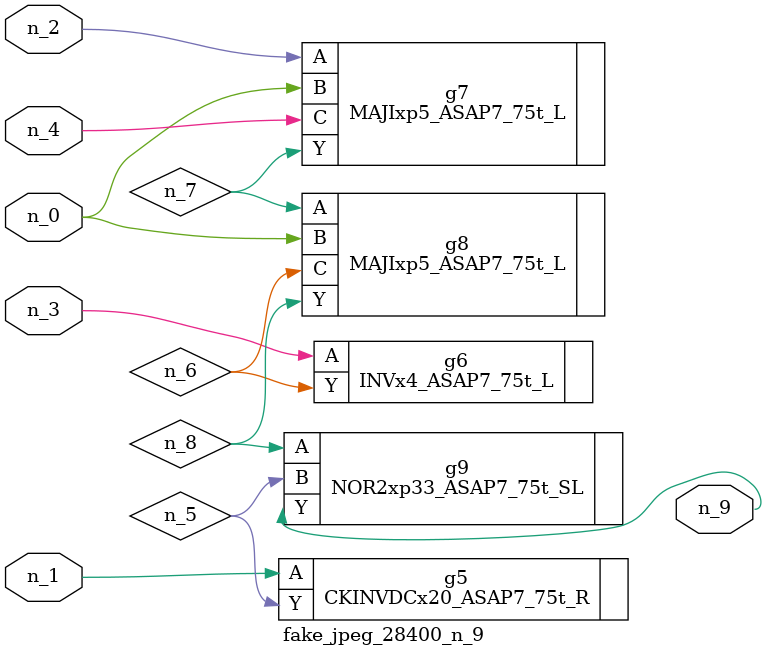
<source format=v>
module fake_jpeg_28400_n_9 (n_3, n_2, n_1, n_0, n_4, n_9);

input n_3;
input n_2;
input n_1;
input n_0;
input n_4;

output n_9;

wire n_8;
wire n_6;
wire n_5;
wire n_7;

CKINVDCx20_ASAP7_75t_R g5 ( 
.A(n_1),
.Y(n_5)
);

INVx4_ASAP7_75t_L g6 ( 
.A(n_3),
.Y(n_6)
);

MAJIxp5_ASAP7_75t_L g7 ( 
.A(n_2),
.B(n_0),
.C(n_4),
.Y(n_7)
);

MAJIxp5_ASAP7_75t_L g8 ( 
.A(n_7),
.B(n_0),
.C(n_6),
.Y(n_8)
);

NOR2xp33_ASAP7_75t_SL g9 ( 
.A(n_8),
.B(n_5),
.Y(n_9)
);


endmodule
</source>
